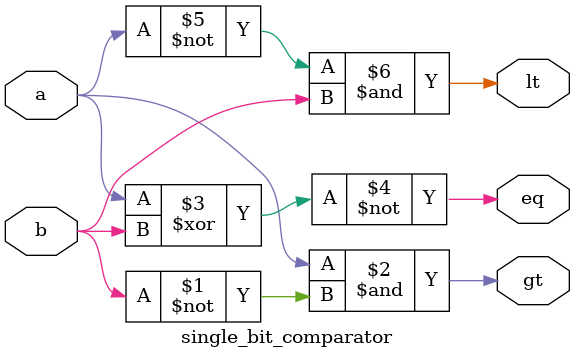
<source format=v>
`timescale 1ns / 1ps
module single_bit_comparator(
    input  a,
    input  b,
    output  gt,
    output  eq,
    output  lt
    );
	assign gt = a & (~b);
	assign eq = ~(a^b);
	assign lt = (~a) & b;

endmodule

</source>
